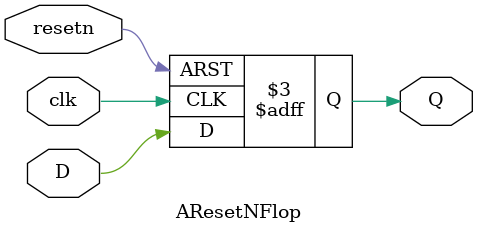
<source format=v>
module AResetNFlop #(parameter WIDTH=1, parameter RESET_VAL=0)
   (
    input                  clk,
    input                  resetn,
    input [WIDTH-1:0]      D,
    output reg [WIDTH-1:0] Q
    );
   
   always @(posedge clk or negedge resetn) begin
      if (~resetn)
        Q <= RESET_VAL;
      else 
        Q <= D;
   end

endmodule // AResetNFlop

</source>
